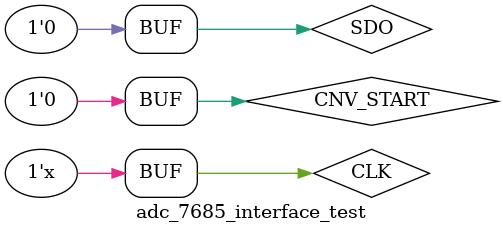
<source format=v>
`timescale 1ns / 1ps


module adc_7685_interface_test;

	// Inputs
	reg CLK;
	reg CNV_START;
	reg SDO;

	// Outputs
	wire BUSY;
	wire CNV;
	wire SCK;
	wire SDI;
	wire [15:0] RESULT;
	wire VALID;

	// Instantiate the Unit Under Test (UUT)
	ADC_AD7685_Interface uut (
		.CLK(CLK), 
		.CNV_START(CNV_START), 
		.BUSY(BUSY), 
		.CNV(CNV), 
		.SCK(SCK), 
		.SDI(SDI), 
		.SDO(SDO), 
		.RESULT(RESULT), 
		.VALID(VALID)
	);
	
	// Clock generator
	always begin
		#25  CLK = ~CLK; // Toggle clock high/low every 50ns => (20 MHz)
	end
 	
// trigger generator (assume resetting at 100 kHz)
	always begin  //high 
		#99000 CNV_START = 1'b1; //actually make it really fast
		#50 CNV_START = 1'b0; //assuming convert is high for 1 clock (50ns)
		
	end
	

	initial begin
		// Initialize Inputs
		CLK = 0;
		CNV_START = 0;
		SDO = 0;

		// Wait 100 ns for global reset to finish
		#100;
        
		// Add stimulus here

	end
      
endmodule


</source>
